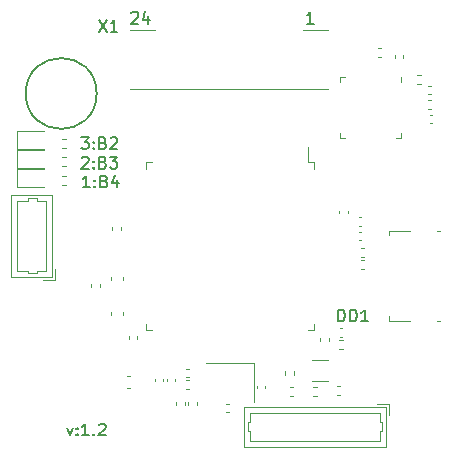
<source format=gbr>
%TF.GenerationSoftware,KiCad,Pcbnew,6.0.7*%
%TF.CreationDate,2022-11-09T14:03:12+03:00*%
%TF.ProjectId,camera_v3s,63616d65-7261-45f7-9633-732e6b696361,rev?*%
%TF.SameCoordinates,Original*%
%TF.FileFunction,Legend,Top*%
%TF.FilePolarity,Positive*%
%FSLAX46Y46*%
G04 Gerber Fmt 4.6, Leading zero omitted, Abs format (unit mm)*
G04 Created by KiCad (PCBNEW 6.0.7) date 2022-11-09 14:03:12*
%MOMM*%
%LPD*%
G01*
G04 APERTURE LIST*
%ADD10C,0.150000*%
%ADD11C,0.200000*%
%ADD12C,0.120000*%
G04 APERTURE END LIST*
D10*
X5183333Y-35835714D02*
X5421428Y-36502380D01*
X5659523Y-35835714D01*
X6040476Y-36407142D02*
X6088095Y-36454761D01*
X6040476Y-36502380D01*
X5992857Y-36454761D01*
X6040476Y-36407142D01*
X6040476Y-36502380D01*
X6040476Y-35883333D02*
X6088095Y-35930952D01*
X6040476Y-35978571D01*
X5992857Y-35930952D01*
X6040476Y-35883333D01*
X6040476Y-35978571D01*
X7040476Y-36502380D02*
X6469047Y-36502380D01*
X6754761Y-36502380D02*
X6754761Y-35502380D01*
X6659523Y-35645238D01*
X6564285Y-35740476D01*
X6469047Y-35788095D01*
X7469047Y-36407142D02*
X7516666Y-36454761D01*
X7469047Y-36502380D01*
X7421428Y-36454761D01*
X7469047Y-36407142D01*
X7469047Y-36502380D01*
X7897619Y-35597619D02*
X7945238Y-35550000D01*
X8040476Y-35502380D01*
X8278571Y-35502380D01*
X8373809Y-35550000D01*
X8421428Y-35597619D01*
X8469047Y-35692857D01*
X8469047Y-35788095D01*
X8421428Y-35930952D01*
X7850000Y-36502380D01*
X8469047Y-36502380D01*
D11*
X7121428Y-15502380D02*
X6550000Y-15502380D01*
X6835714Y-15502380D02*
X6835714Y-14502380D01*
X6740476Y-14645238D01*
X6645238Y-14740476D01*
X6550000Y-14788095D01*
X7550000Y-15407142D02*
X7597619Y-15454761D01*
X7550000Y-15502380D01*
X7502380Y-15454761D01*
X7550000Y-15407142D01*
X7550000Y-15502380D01*
X7550000Y-14883333D02*
X7597619Y-14930952D01*
X7550000Y-14978571D01*
X7502380Y-14930952D01*
X7550000Y-14883333D01*
X7550000Y-14978571D01*
X8359523Y-14978571D02*
X8502380Y-15026190D01*
X8550000Y-15073809D01*
X8597619Y-15169047D01*
X8597619Y-15311904D01*
X8550000Y-15407142D01*
X8502380Y-15454761D01*
X8407142Y-15502380D01*
X8026190Y-15502380D01*
X8026190Y-14502380D01*
X8359523Y-14502380D01*
X8454761Y-14550000D01*
X8502380Y-14597619D01*
X8550000Y-14692857D01*
X8550000Y-14788095D01*
X8502380Y-14883333D01*
X8454761Y-14930952D01*
X8359523Y-14978571D01*
X8026190Y-14978571D01*
X9454761Y-14835714D02*
X9454761Y-15502380D01*
X9216666Y-14454761D02*
X8978571Y-15169047D01*
X9597619Y-15169047D01*
X6450000Y-12997619D02*
X6497619Y-12950000D01*
X6592857Y-12902380D01*
X6830952Y-12902380D01*
X6926190Y-12950000D01*
X6973809Y-12997619D01*
X7021428Y-13092857D01*
X7021428Y-13188095D01*
X6973809Y-13330952D01*
X6402380Y-13902380D01*
X7021428Y-13902380D01*
X7450000Y-13807142D02*
X7497619Y-13854761D01*
X7450000Y-13902380D01*
X7402380Y-13854761D01*
X7450000Y-13807142D01*
X7450000Y-13902380D01*
X7450000Y-13283333D02*
X7497619Y-13330952D01*
X7450000Y-13378571D01*
X7402380Y-13330952D01*
X7450000Y-13283333D01*
X7450000Y-13378571D01*
X8259523Y-13378571D02*
X8402380Y-13426190D01*
X8450000Y-13473809D01*
X8497619Y-13569047D01*
X8497619Y-13711904D01*
X8450000Y-13807142D01*
X8402380Y-13854761D01*
X8307142Y-13902380D01*
X7926190Y-13902380D01*
X7926190Y-12902380D01*
X8259523Y-12902380D01*
X8354761Y-12950000D01*
X8402380Y-12997619D01*
X8450000Y-13092857D01*
X8450000Y-13188095D01*
X8402380Y-13283333D01*
X8354761Y-13330952D01*
X8259523Y-13378571D01*
X7926190Y-13378571D01*
X8830952Y-12902380D02*
X9450000Y-12902380D01*
X9116666Y-13283333D01*
X9259523Y-13283333D01*
X9354761Y-13330952D01*
X9402380Y-13378571D01*
X9450000Y-13473809D01*
X9450000Y-13711904D01*
X9402380Y-13807142D01*
X9354761Y-13854761D01*
X9259523Y-13902380D01*
X8973809Y-13902380D01*
X8878571Y-13854761D01*
X8830952Y-13807142D01*
X6402380Y-11252380D02*
X7021428Y-11252380D01*
X6688095Y-11633333D01*
X6830952Y-11633333D01*
X6926190Y-11680952D01*
X6973809Y-11728571D01*
X7021428Y-11823809D01*
X7021428Y-12061904D01*
X6973809Y-12157142D01*
X6926190Y-12204761D01*
X6830952Y-12252380D01*
X6545238Y-12252380D01*
X6450000Y-12204761D01*
X6402380Y-12157142D01*
X7450000Y-12157142D02*
X7497619Y-12204761D01*
X7450000Y-12252380D01*
X7402380Y-12204761D01*
X7450000Y-12157142D01*
X7450000Y-12252380D01*
X7450000Y-11633333D02*
X7497619Y-11680952D01*
X7450000Y-11728571D01*
X7402380Y-11680952D01*
X7450000Y-11633333D01*
X7450000Y-11728571D01*
X8259523Y-11728571D02*
X8402380Y-11776190D01*
X8450000Y-11823809D01*
X8497619Y-11919047D01*
X8497619Y-12061904D01*
X8450000Y-12157142D01*
X8402380Y-12204761D01*
X8307142Y-12252380D01*
X7926190Y-12252380D01*
X7926190Y-11252380D01*
X8259523Y-11252380D01*
X8354761Y-11300000D01*
X8402380Y-11347619D01*
X8450000Y-11442857D01*
X8450000Y-11538095D01*
X8402380Y-11633333D01*
X8354761Y-11680952D01*
X8259523Y-11728571D01*
X7926190Y-11728571D01*
X8878571Y-11347619D02*
X8926190Y-11300000D01*
X9021428Y-11252380D01*
X9259523Y-11252380D01*
X9354761Y-11300000D01*
X9402380Y-11347619D01*
X9450000Y-11442857D01*
X9450000Y-11538095D01*
X9402380Y-11680952D01*
X8830952Y-12252380D01*
X9450000Y-12252380D01*
D10*
X7700000Y-7550000D02*
G75*
G03*
X7700000Y-7550000I-3000000J0D01*
G01*
%TO.C,X1*%
X7890476Y-1302380D02*
X8557142Y-2302380D01*
X8557142Y-1302380D02*
X7890476Y-2302380D01*
X9461904Y-2302380D02*
X8890476Y-2302380D01*
X9176190Y-2302380D02*
X9176190Y-1302380D01*
X9080952Y-1445238D01*
X8985714Y-1540476D01*
X8890476Y-1588095D01*
X26085714Y-1632380D02*
X25514285Y-1632380D01*
X25800000Y-1632380D02*
X25800000Y-632380D01*
X25704761Y-775238D01*
X25609523Y-870476D01*
X25514285Y-918095D01*
X10638095Y-727619D02*
X10685714Y-680000D01*
X10780952Y-632380D01*
X11019047Y-632380D01*
X11114285Y-680000D01*
X11161904Y-727619D01*
X11209523Y-822857D01*
X11209523Y-918095D01*
X11161904Y-1060952D01*
X10590476Y-1632380D01*
X11209523Y-1632380D01*
X12066666Y-965714D02*
X12066666Y-1632380D01*
X11828571Y-584761D02*
X11590476Y-1299047D01*
X12209523Y-1299047D01*
%TO.C,DD1*%
X28161904Y-26852380D02*
X28161904Y-25852380D01*
X28400000Y-25852380D01*
X28542857Y-25900000D01*
X28638095Y-25995238D01*
X28685714Y-26090476D01*
X28733333Y-26280952D01*
X28733333Y-26423809D01*
X28685714Y-26614285D01*
X28638095Y-26709523D01*
X28542857Y-26804761D01*
X28400000Y-26852380D01*
X28161904Y-26852380D01*
X29161904Y-26852380D02*
X29161904Y-25852380D01*
X29400000Y-25852380D01*
X29542857Y-25900000D01*
X29638095Y-25995238D01*
X29685714Y-26090476D01*
X29733333Y-26280952D01*
X29733333Y-26423809D01*
X29685714Y-26614285D01*
X29638095Y-26709523D01*
X29542857Y-26804761D01*
X29400000Y-26852380D01*
X29161904Y-26852380D01*
X30685714Y-26852380D02*
X30114285Y-26852380D01*
X30400000Y-26852380D02*
X30400000Y-25852380D01*
X30304761Y-25995238D01*
X30209523Y-26090476D01*
X30114285Y-26138095D01*
D12*
%TO.C,R35*%
X35163641Y-6730000D02*
X34856359Y-6730000D01*
X35163641Y-5970000D02*
X34856359Y-5970000D01*
%TO.C,C63*%
X35792164Y-8860000D02*
X36007836Y-8860000D01*
X35792164Y-8140000D02*
X36007836Y-8140000D01*
%TO.C,C62*%
X31542164Y-4460000D02*
X31757836Y-4460000D01*
X31542164Y-3740000D02*
X31757836Y-3740000D01*
%TO.C,C60*%
X35892164Y-10060000D02*
X36107836Y-10060000D01*
X35892164Y-9340000D02*
X36107836Y-9340000D01*
%TO.C,C59*%
X35792164Y-7610000D02*
X36007836Y-7610000D01*
X35792164Y-6890000D02*
X36007836Y-6890000D01*
%TO.C,C58*%
X33660000Y-4507836D02*
X33660000Y-4292164D01*
X32940000Y-4507836D02*
X32940000Y-4292164D01*
%TO.C,U1*%
X28290000Y-11360000D02*
X28765000Y-11360000D01*
X33510000Y-6615000D02*
X33510000Y-6140000D01*
X28290000Y-6140000D02*
X28765000Y-6140000D01*
X28290000Y-10885000D02*
X28290000Y-11360000D01*
X33510000Y-10885000D02*
X33510000Y-11360000D01*
X33510000Y-11360000D02*
X33035000Y-11360000D01*
X28290000Y-6615000D02*
X28290000Y-6140000D01*
%TO.C,X1*%
X12600000Y-2200000D02*
X10500000Y-2200000D01*
X25200000Y-2200000D02*
X27300000Y-2200000D01*
X27300000Y-7200000D02*
X10500000Y-7200000D01*
%TO.C,C56*%
X14360000Y-31692164D02*
X14360000Y-31907836D01*
X13640000Y-31692164D02*
X13640000Y-31907836D01*
%TO.C,C19*%
X8890000Y-23340580D02*
X8890000Y-23059420D01*
X9910000Y-23340580D02*
X9910000Y-23059420D01*
%TO.C,C18*%
X9910000Y-26059420D02*
X9910000Y-26340580D01*
X8890000Y-26059420D02*
X8890000Y-26340580D01*
%TO.C,C30*%
X28240000Y-17707836D02*
X28240000Y-17492164D01*
X28960000Y-17707836D02*
X28960000Y-17492164D01*
%TO.C,C51*%
X9040000Y-19107836D02*
X9040000Y-18892164D01*
X9760000Y-19107836D02*
X9760000Y-18892164D01*
%TO.C,C49*%
X11160000Y-28092164D02*
X11160000Y-28307836D01*
X10440000Y-28092164D02*
X10440000Y-28307836D01*
%TO.C,C48*%
X28292164Y-27440000D02*
X28507836Y-27440000D01*
X28292164Y-28160000D02*
X28507836Y-28160000D01*
%TO.C,R39*%
X5103641Y-12180000D02*
X4796359Y-12180000D01*
X5103641Y-11420000D02*
X4796359Y-11420000D01*
%TO.C,R38*%
X5103641Y-12970000D02*
X4796359Y-12970000D01*
X5103641Y-13730000D02*
X4796359Y-13730000D01*
%TO.C,R33*%
X5103641Y-14570000D02*
X4796359Y-14570000D01*
X5103641Y-15330000D02*
X4796359Y-15330000D01*
%TO.C,R26*%
X26046359Y-33180000D02*
X26353641Y-33180000D01*
X26046359Y-32420000D02*
X26353641Y-32420000D01*
%TO.C,R24*%
X30353641Y-21620000D02*
X30046359Y-21620000D01*
X30353641Y-22380000D02*
X30046359Y-22380000D01*
%TO.C,R20*%
X30353641Y-21380000D02*
X30046359Y-21380000D01*
X30353641Y-20620000D02*
X30046359Y-20620000D01*
%TO.C,R19*%
X14420000Y-33646359D02*
X14420000Y-33953641D01*
X15180000Y-33646359D02*
X15180000Y-33953641D01*
%TO.C,R18*%
X15246359Y-32580000D02*
X15553641Y-32580000D01*
X15246359Y-31820000D02*
X15553641Y-31820000D01*
%TO.C,R15*%
X23620000Y-31046359D02*
X23620000Y-31353641D01*
X24380000Y-31046359D02*
X24380000Y-31353641D01*
%TO.C,R11*%
X28553641Y-29180000D02*
X28246359Y-29180000D01*
X28553641Y-28420000D02*
X28246359Y-28420000D01*
%TO.C,C47*%
X15292164Y-30840000D02*
X15507836Y-30840000D01*
X15292164Y-31560000D02*
X15507836Y-31560000D01*
%TO.C,C45*%
X29892164Y-19240000D02*
X30107836Y-19240000D01*
X29892164Y-19960000D02*
X30107836Y-19960000D01*
%TO.C,C43*%
X18692164Y-33840000D02*
X18907836Y-33840000D01*
X18692164Y-34560000D02*
X18907836Y-34560000D01*
%TO.C,C42*%
X28092164Y-32340000D02*
X28307836Y-32340000D01*
X28092164Y-33060000D02*
X28307836Y-33060000D01*
%TO.C,C40*%
X24307836Y-33160000D02*
X24092164Y-33160000D01*
X24307836Y-32440000D02*
X24092164Y-32440000D01*
%TO.C,C39*%
X21960000Y-32292164D02*
X21960000Y-32507836D01*
X21240000Y-32292164D02*
X21240000Y-32507836D01*
%TO.C,C33*%
X29892164Y-18040000D02*
X30107836Y-18040000D01*
X29892164Y-18760000D02*
X30107836Y-18760000D01*
%TO.C,C27*%
X7240000Y-23907836D02*
X7240000Y-23692164D01*
X7960000Y-23907836D02*
X7960000Y-23692164D01*
%TO.C,C23*%
X13360000Y-31692164D02*
X13360000Y-31907836D01*
X12640000Y-31692164D02*
X12640000Y-31907836D01*
%TO.C,C21*%
X16160000Y-33692164D02*
X16160000Y-33907836D01*
X15440000Y-33692164D02*
X15440000Y-33907836D01*
%TO.C,C13*%
X27360000Y-28292164D02*
X27360000Y-28507836D01*
X26640000Y-28292164D02*
X26640000Y-28507836D01*
%TO.C,J4*%
X490000Y-23085000D02*
X3910000Y-23085000D01*
X2650000Y-16625000D02*
X2650000Y-16425000D01*
X490000Y-16115000D02*
X490000Y-23085000D01*
X3400000Y-16625000D02*
X2650000Y-16625000D01*
X3400000Y-19600000D02*
X3400000Y-16625000D01*
X1000000Y-16625000D02*
X1000000Y-19600000D01*
X1850000Y-22775000D02*
X1850000Y-22575000D01*
X1850000Y-16425000D02*
X1850000Y-16625000D01*
X2650000Y-22575000D02*
X2650000Y-22775000D01*
X1850000Y-16625000D02*
X1000000Y-16625000D01*
X4200000Y-23375000D02*
X4200000Y-22375000D01*
X1000000Y-22575000D02*
X1000000Y-19600000D01*
X3910000Y-16115000D02*
X490000Y-16115000D01*
X2650000Y-16425000D02*
X1850000Y-16425000D01*
X3400000Y-22575000D02*
X2650000Y-22575000D01*
X3400000Y-19600000D02*
X3400000Y-22575000D01*
X1850000Y-22575000D02*
X1000000Y-22575000D01*
X2650000Y-22775000D02*
X1850000Y-22775000D01*
X4200000Y-23375000D02*
X3200000Y-23375000D01*
X3910000Y-23085000D02*
X3910000Y-16115000D01*
%TO.C,C9*%
X10259420Y-32510000D02*
X10540580Y-32510000D01*
X10259420Y-31490000D02*
X10540580Y-31490000D01*
%TO.C,Y2*%
X27275000Y-31875000D02*
X25925000Y-31875000D01*
X27275000Y-30125000D02*
X25925000Y-30125000D01*
%TO.C,DD1*%
X26110000Y-27085000D02*
X26110000Y-27610000D01*
X11890000Y-27610000D02*
X12415000Y-27610000D01*
X26110000Y-13390000D02*
X25585000Y-13390000D01*
X26110000Y-27610000D02*
X25585000Y-27610000D01*
X11890000Y-13390000D02*
X12415000Y-13390000D01*
X11890000Y-13915000D02*
X11890000Y-13390000D01*
X11890000Y-27085000D02*
X11890000Y-27610000D01*
X25585000Y-13390000D02*
X25585000Y-12100000D01*
X26110000Y-13915000D02*
X26110000Y-13390000D01*
%TO.C,J3*%
X31675000Y-37000000D02*
X26200000Y-37000000D01*
X32185000Y-34090000D02*
X20215000Y-34090000D01*
X32475000Y-33800000D02*
X31475000Y-33800000D01*
X32475000Y-33800000D02*
X32475000Y-34800000D01*
X20525000Y-36150000D02*
X20725000Y-36150000D01*
X31675000Y-34600000D02*
X31675000Y-35350000D01*
X20725000Y-34600000D02*
X20725000Y-35350000D01*
X32185000Y-37510000D02*
X32185000Y-34090000D01*
X31675000Y-36150000D02*
X31675000Y-37000000D01*
X20725000Y-36150000D02*
X20725000Y-37000000D01*
X26200000Y-34600000D02*
X20725000Y-34600000D01*
X20215000Y-37510000D02*
X32185000Y-37510000D01*
X20725000Y-35350000D02*
X20525000Y-35350000D01*
X20525000Y-35350000D02*
X20525000Y-36150000D01*
X31675000Y-35350000D02*
X31875000Y-35350000D01*
X26200000Y-34600000D02*
X31675000Y-34600000D01*
X20725000Y-37000000D02*
X26200000Y-37000000D01*
X20215000Y-34090000D02*
X20215000Y-37510000D01*
X31875000Y-36150000D02*
X31675000Y-36150000D01*
X31875000Y-35350000D02*
X31875000Y-36150000D01*
%TO.C,Y1*%
X21000000Y-30350000D02*
X17000000Y-30350000D01*
X21000000Y-33650000D02*
X21000000Y-30350000D01*
%TO.C,J5*%
X32490000Y-19190000D02*
X32490000Y-19570000D01*
X32490000Y-19190000D02*
X34260000Y-19190000D01*
X36540000Y-19190000D02*
X36800000Y-19190000D01*
X36800000Y-26810000D02*
X36540000Y-26810000D01*
X32490000Y-26810000D02*
X32490000Y-26430000D01*
X34260000Y-26810000D02*
X32490000Y-26810000D01*
%TO.C,D1*%
X3261250Y-13965000D02*
X976250Y-13965000D01*
X976250Y-15435000D02*
X3261250Y-15435000D01*
X976250Y-13965000D02*
X976250Y-15435000D01*
%TO.C,D3*%
X3253868Y-10765000D02*
X968868Y-10765000D01*
X968868Y-12235000D02*
X3253868Y-12235000D01*
X968868Y-10765000D02*
X968868Y-12235000D01*
%TO.C,D2*%
X3261250Y-12365000D02*
X976250Y-12365000D01*
X976250Y-12365000D02*
X976250Y-13835000D01*
X976250Y-13835000D02*
X3261250Y-13835000D01*
%TD*%
M02*

</source>
